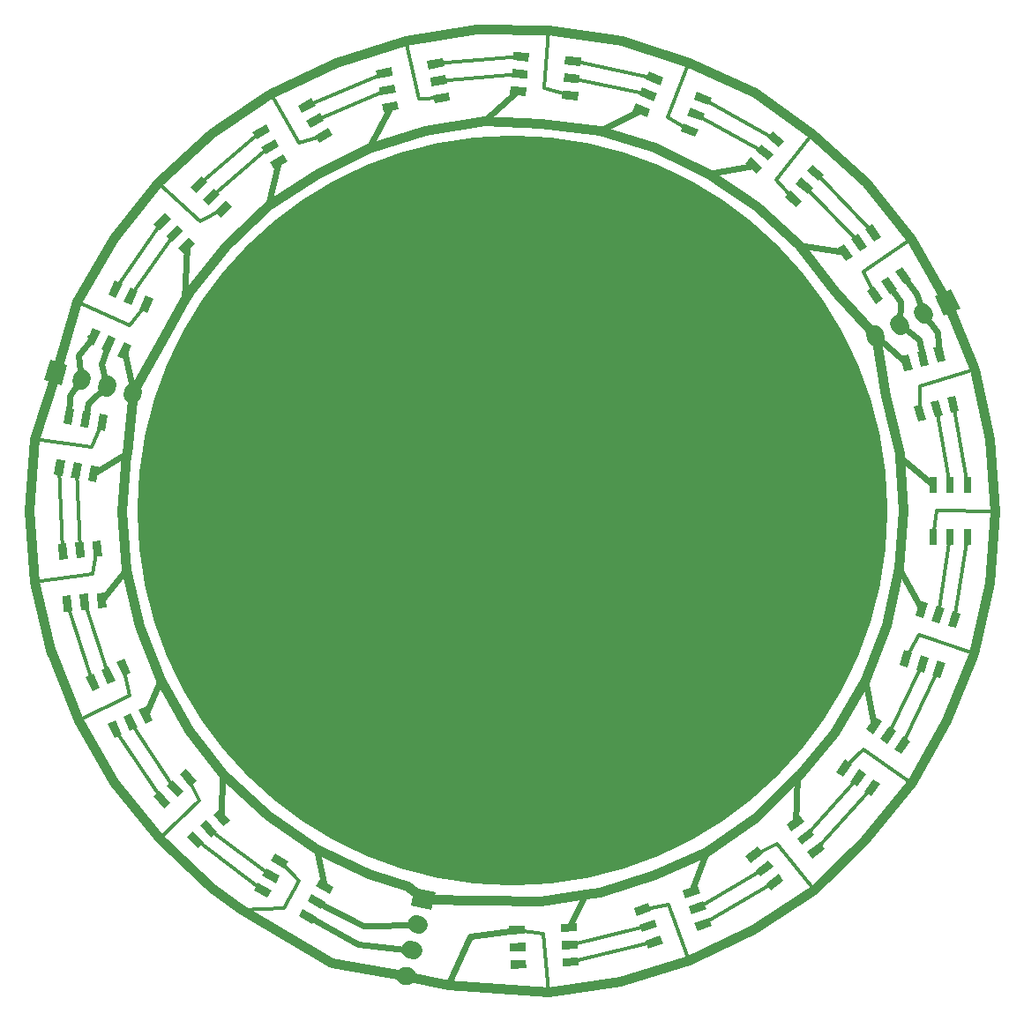
<source format=gbr>
G04 #@! TF.FileFunction,Copper,L1,Top,Signal*
%FSLAX46Y46*%
G04 Gerber Fmt 4.6, Leading zero omitted, Abs format (unit mm)*
G04 Created by KiCad (PCBNEW 4.0.4-stable) date 12/13/16 20:02:25*
%MOMM*%
%LPD*%
G01*
G04 APERTURE LIST*
%ADD10C,0.100000*%
%ADD11C,1.727200*%
%ADD12R,0.800000X1.500000*%
%ADD13C,72.000000*%
%ADD14C,0.600000*%
%ADD15C,0.900000*%
%ADD16C,0.300000*%
G04 APERTURE END LIST*
D10*
G36*
X138749766Y-142863227D02*
X139123601Y-141176968D01*
X141107434Y-141616773D01*
X140733599Y-143303032D01*
X138749766Y-142863227D01*
X138749766Y-142863227D01*
G37*
D11*
X139230055Y-144686807D02*
X139527631Y-144752777D01*
X138680299Y-147166599D02*
X138977875Y-147232569D01*
X138130542Y-149646391D02*
X138428118Y-149712361D01*
D10*
G36*
X128373145Y-143232332D02*
X129672183Y-143982332D01*
X129272183Y-144675152D01*
X127973145Y-143925152D01*
X128373145Y-143232332D01*
X128373145Y-143232332D01*
G37*
G36*
X129198145Y-141803390D02*
X130497183Y-142553390D01*
X130097183Y-143246210D01*
X128798145Y-142496210D01*
X129198145Y-141803390D01*
X129198145Y-141803390D01*
G37*
G36*
X130023145Y-140374448D02*
X131322183Y-141124448D01*
X130922183Y-141817268D01*
X129623145Y-141067268D01*
X130023145Y-140374448D01*
X130023145Y-140374448D01*
G37*
G36*
X125693017Y-137874448D02*
X126992055Y-138624448D01*
X126592055Y-139317268D01*
X125293017Y-138567268D01*
X125693017Y-137874448D01*
X125693017Y-137874448D01*
G37*
G36*
X124868017Y-139303390D02*
X126167055Y-140053390D01*
X125767055Y-140746210D01*
X124468017Y-139996210D01*
X124868017Y-139303390D01*
X124868017Y-139303390D01*
G37*
G36*
X124043017Y-140732332D02*
X125342055Y-141482332D01*
X124942055Y-142175152D01*
X123643017Y-141425152D01*
X124043017Y-140732332D01*
X124043017Y-140732332D01*
G37*
G36*
X117870923Y-135748063D02*
X118835104Y-136897129D01*
X118222269Y-137411359D01*
X117258088Y-136262293D01*
X117870923Y-135748063D01*
X117870923Y-135748063D01*
G37*
G36*
X119134896Y-134687463D02*
X120099077Y-135836529D01*
X119486242Y-136350759D01*
X118522061Y-135201693D01*
X119134896Y-134687463D01*
X119134896Y-134687463D01*
G37*
G36*
X120398869Y-133626864D02*
X121363050Y-134775930D01*
X120750215Y-135290160D01*
X119786034Y-134141094D01*
X120398869Y-133626864D01*
X120398869Y-133626864D01*
G37*
G36*
X117184931Y-129796641D02*
X118149112Y-130945707D01*
X117536277Y-131459937D01*
X116572096Y-130310871D01*
X117184931Y-129796641D01*
X117184931Y-129796641D01*
G37*
G36*
X115920958Y-130857241D02*
X116885139Y-132006307D01*
X116272304Y-132520537D01*
X115308123Y-131371471D01*
X115920958Y-130857241D01*
X115920958Y-130857241D01*
G37*
G36*
X114656985Y-131917840D02*
X115621166Y-133066906D01*
X115008331Y-133581136D01*
X114044150Y-132432070D01*
X114656985Y-131917840D01*
X114656985Y-131917840D01*
G37*
G36*
X110350697Y-125151912D02*
X110984625Y-126511374D01*
X110259579Y-126849468D01*
X109625651Y-125490006D01*
X110350697Y-125151912D01*
X110350697Y-125151912D01*
G37*
G36*
X111846105Y-124454591D02*
X112480033Y-125814053D01*
X111754987Y-126152147D01*
X111121059Y-124792685D01*
X111846105Y-124454591D01*
X111846105Y-124454591D01*
G37*
G36*
X113341513Y-123757271D02*
X113975441Y-125116733D01*
X113250395Y-125454827D01*
X112616467Y-124095365D01*
X113341513Y-123757271D01*
X113341513Y-123757271D01*
G37*
G36*
X111228421Y-119225732D02*
X111862349Y-120585194D01*
X111137303Y-120923288D01*
X110503375Y-119563826D01*
X111228421Y-119225732D01*
X111228421Y-119225732D01*
G37*
G36*
X109733013Y-119923053D02*
X110366941Y-121282515D01*
X109641895Y-121620609D01*
X109007967Y-120261147D01*
X109733013Y-119923053D01*
X109733013Y-119923053D01*
G37*
G36*
X108237605Y-120620373D02*
X108871533Y-121979835D01*
X108146487Y-122317929D01*
X107512559Y-120958467D01*
X108237605Y-120620373D01*
X108237605Y-120620373D01*
G37*
G36*
X106095279Y-113104286D02*
X106226013Y-114598578D01*
X105429057Y-114668302D01*
X105298323Y-113174010D01*
X106095279Y-113104286D01*
X106095279Y-113104286D01*
G37*
G36*
X107739000Y-112960479D02*
X107869734Y-114454771D01*
X107072778Y-114524495D01*
X106942044Y-113030203D01*
X107739000Y-112960479D01*
X107739000Y-112960479D01*
G37*
G36*
X109382722Y-112816672D02*
X109513456Y-114310964D01*
X108716500Y-114380688D01*
X108585766Y-112886396D01*
X109382722Y-112816672D01*
X109382722Y-112816672D01*
G37*
G36*
X108946943Y-107835698D02*
X109077677Y-109329990D01*
X108280721Y-109399714D01*
X108149987Y-107905422D01*
X108946943Y-107835698D01*
X108946943Y-107835698D01*
G37*
G36*
X107303222Y-107979505D02*
X107433956Y-109473797D01*
X106637000Y-109543521D01*
X106506266Y-108049229D01*
X107303222Y-107979505D01*
X107303222Y-107979505D01*
G37*
G36*
X105659500Y-108123312D02*
X105790234Y-109617604D01*
X104993278Y-109687328D01*
X104862544Y-108193036D01*
X105659500Y-108123312D01*
X105659500Y-108123312D01*
G37*
G36*
X105526106Y-100185353D02*
X105265634Y-101662565D01*
X104477788Y-101523647D01*
X104738260Y-100046435D01*
X105526106Y-100185353D01*
X105526106Y-100185353D01*
G37*
G36*
X107151039Y-100471872D02*
X106890567Y-101949084D01*
X106102721Y-101810166D01*
X106363193Y-100332954D01*
X107151039Y-100471872D01*
X107151039Y-100471872D01*
G37*
G36*
X108775971Y-100758392D02*
X108515499Y-102235604D01*
X107727653Y-102096686D01*
X107988125Y-100619474D01*
X108775971Y-100758392D01*
X108775971Y-100758392D01*
G37*
G36*
X109644212Y-95834353D02*
X109383740Y-97311565D01*
X108595894Y-97172647D01*
X108856366Y-95695435D01*
X109644212Y-95834353D01*
X109644212Y-95834353D01*
G37*
G36*
X108019279Y-95547834D02*
X107758807Y-97025046D01*
X106970961Y-96886128D01*
X107231433Y-95408916D01*
X108019279Y-95547834D01*
X108019279Y-95547834D01*
G37*
G36*
X106394347Y-95261314D02*
X106133875Y-96738526D01*
X105346029Y-96599608D01*
X105606501Y-95122396D01*
X106394347Y-95261314D01*
X106394347Y-95261314D01*
G37*
G36*
X108922333Y-87747965D02*
X108288405Y-89107427D01*
X107563359Y-88769333D01*
X108197287Y-87409871D01*
X108922333Y-87747965D01*
X108922333Y-87747965D01*
G37*
G36*
X110417741Y-88445285D02*
X109783813Y-89804747D01*
X109058767Y-89466653D01*
X109692695Y-88107191D01*
X110417741Y-88445285D01*
X110417741Y-88445285D01*
G37*
G36*
X111913149Y-89142606D02*
X111279221Y-90502068D01*
X110554175Y-90163974D01*
X111188103Y-88804512D01*
X111913149Y-89142606D01*
X111913149Y-89142606D01*
G37*
G36*
X114026241Y-84611067D02*
X113392313Y-85970529D01*
X112667267Y-85632435D01*
X113301195Y-84272973D01*
X114026241Y-84611067D01*
X114026241Y-84611067D01*
G37*
G36*
X112530833Y-83913747D02*
X111896905Y-85273209D01*
X111171859Y-84935115D01*
X111805787Y-83575653D01*
X112530833Y-83913747D01*
X112530833Y-83913747D01*
G37*
G36*
X111035425Y-83216426D02*
X110401497Y-84575888D01*
X109676451Y-84237794D01*
X110310379Y-82878332D01*
X111035425Y-83216426D01*
X111035425Y-83216426D01*
G37*
G36*
X115683880Y-76959954D02*
X114623220Y-78020614D01*
X114057534Y-77454928D01*
X115118194Y-76394268D01*
X115683880Y-76959954D01*
X115683880Y-76959954D01*
G37*
G36*
X116850606Y-78126680D02*
X115789946Y-79187340D01*
X115224260Y-78621654D01*
X116284920Y-77560994D01*
X116850606Y-78126680D01*
X116850606Y-78126680D01*
G37*
G36*
X118017332Y-79293406D02*
X116956672Y-80354066D01*
X116390986Y-79788380D01*
X117451646Y-78727720D01*
X118017332Y-79293406D01*
X118017332Y-79293406D01*
G37*
G36*
X121552866Y-75757872D02*
X120492206Y-76818532D01*
X119926520Y-76252846D01*
X120987180Y-75192186D01*
X121552866Y-75757872D01*
X121552866Y-75757872D01*
G37*
G36*
X120386140Y-74591146D02*
X119325480Y-75651806D01*
X118759794Y-75086120D01*
X119820454Y-74025460D01*
X120386140Y-74591146D01*
X120386140Y-74591146D01*
G37*
G36*
X119219414Y-73424420D02*
X118158754Y-74485080D01*
X117593068Y-73919394D01*
X118653728Y-72858734D01*
X119219414Y-73424420D01*
X119219414Y-73424420D01*
G37*
G36*
X125240455Y-68575668D02*
X123941417Y-69325668D01*
X123541417Y-68632848D01*
X124840455Y-67882848D01*
X125240455Y-68575668D01*
X125240455Y-68575668D01*
G37*
G36*
X126065455Y-70004610D02*
X124766417Y-70754610D01*
X124366417Y-70061790D01*
X125665455Y-69311790D01*
X126065455Y-70004610D01*
X126065455Y-70004610D01*
G37*
G36*
X126890455Y-71433552D02*
X125591417Y-72183552D01*
X125191417Y-71490732D01*
X126490455Y-70740732D01*
X126890455Y-71433552D01*
X126890455Y-71433552D01*
G37*
G36*
X131220583Y-68933552D02*
X129921545Y-69683552D01*
X129521545Y-68990732D01*
X130820583Y-68240732D01*
X131220583Y-68933552D01*
X131220583Y-68933552D01*
G37*
G36*
X130395583Y-67504610D02*
X129096545Y-68254610D01*
X128696545Y-67561790D01*
X129995583Y-66811790D01*
X130395583Y-67504610D01*
X130395583Y-67504610D01*
G37*
G36*
X129570583Y-66075668D02*
X128271545Y-66825668D01*
X127871545Y-66132848D01*
X129170583Y-65382848D01*
X129570583Y-66075668D01*
X129570583Y-66075668D01*
G37*
G36*
X136997526Y-63207875D02*
X135520314Y-63468347D01*
X135381396Y-62680501D01*
X136858608Y-62420029D01*
X136997526Y-63207875D01*
X136997526Y-63207875D01*
G37*
G36*
X137284046Y-64832807D02*
X135806834Y-65093279D01*
X135667916Y-64305433D01*
X137145128Y-64044961D01*
X137284046Y-64832807D01*
X137284046Y-64832807D01*
G37*
G36*
X137570565Y-66457740D02*
X136093353Y-66718212D01*
X135954435Y-65930366D01*
X137431647Y-65669894D01*
X137570565Y-66457740D01*
X137570565Y-66457740D01*
G37*
G36*
X142494604Y-65589499D02*
X141017392Y-65849971D01*
X140878474Y-65062125D01*
X142355686Y-64801653D01*
X142494604Y-65589499D01*
X142494604Y-65589499D01*
G37*
G36*
X142208084Y-63964567D02*
X140730872Y-64225039D01*
X140591954Y-63437193D01*
X142069166Y-63176721D01*
X142208084Y-63964567D01*
X142208084Y-63964567D01*
G37*
G36*
X141921565Y-62339634D02*
X140444353Y-62600106D01*
X140305435Y-61812260D01*
X141782647Y-61551788D01*
X141921565Y-62339634D01*
X141921565Y-62339634D01*
G37*
G36*
X150029004Y-61848234D02*
X148534712Y-61717500D01*
X148604436Y-60920544D01*
X150098728Y-61051278D01*
X150029004Y-61848234D01*
X150029004Y-61848234D01*
G37*
G36*
X149885197Y-63491956D02*
X148390905Y-63361222D01*
X148460629Y-62564266D01*
X149954921Y-62695000D01*
X149885197Y-63491956D01*
X149885197Y-63491956D01*
G37*
G36*
X149741390Y-65135677D02*
X148247098Y-65004943D01*
X148316822Y-64207987D01*
X149811114Y-64338721D01*
X149741390Y-65135677D01*
X149741390Y-65135677D01*
G37*
G36*
X154722364Y-65571456D02*
X153228072Y-65440722D01*
X153297796Y-64643766D01*
X154792088Y-64774500D01*
X154722364Y-65571456D01*
X154722364Y-65571456D01*
G37*
G36*
X154866171Y-63927734D02*
X153371879Y-63797000D01*
X153441603Y-63000044D01*
X154935895Y-63130778D01*
X154866171Y-63927734D01*
X154866171Y-63927734D01*
G37*
G36*
X155009978Y-62284013D02*
X153515686Y-62153279D01*
X153585410Y-61356323D01*
X155079702Y-61487057D01*
X155009978Y-62284013D01*
X155009978Y-62284013D01*
G37*
G36*
X162666165Y-64139254D02*
X161280346Y-63565229D01*
X161586493Y-62826126D01*
X162972312Y-63400151D01*
X162666165Y-64139254D01*
X162666165Y-64139254D01*
G37*
G36*
X162034737Y-65663655D02*
X160648918Y-65089630D01*
X160955065Y-64350527D01*
X162340884Y-64924552D01*
X162034737Y-65663655D01*
X162034737Y-65663655D01*
G37*
G36*
X161403310Y-67188057D02*
X160017491Y-66614032D01*
X160323638Y-65874929D01*
X161709457Y-66448954D01*
X161403310Y-67188057D01*
X161403310Y-67188057D01*
G37*
G36*
X166022707Y-69101474D02*
X164636888Y-68527449D01*
X164943035Y-67788346D01*
X166328854Y-68362371D01*
X166022707Y-69101474D01*
X166022707Y-69101474D01*
G37*
G36*
X166654135Y-67577073D02*
X165268316Y-67003048D01*
X165574463Y-66263945D01*
X166960282Y-66837970D01*
X166654135Y-67577073D01*
X166654135Y-67577073D01*
G37*
G36*
X167285562Y-66052671D02*
X165899743Y-65478646D01*
X166205890Y-64739543D01*
X167591709Y-65313568D01*
X167285562Y-66052671D01*
X167285562Y-66052671D01*
G37*
G36*
X174062506Y-70104366D02*
X172913440Y-69140185D01*
X173427670Y-68527350D01*
X174576736Y-69491531D01*
X174062506Y-70104366D01*
X174062506Y-70104366D01*
G37*
G36*
X173001907Y-71368339D02*
X171852841Y-70404158D01*
X172367071Y-69791323D01*
X173516137Y-70755504D01*
X173001907Y-71368339D01*
X173001907Y-71368339D01*
G37*
G36*
X171941307Y-72632312D02*
X170792241Y-71668131D01*
X171306471Y-71055296D01*
X172455537Y-72019477D01*
X171941307Y-72632312D01*
X171941307Y-72632312D01*
G37*
G36*
X175771530Y-75846250D02*
X174622464Y-74882069D01*
X175136694Y-74269234D01*
X176285760Y-75233415D01*
X175771530Y-75846250D01*
X175771530Y-75846250D01*
G37*
G36*
X176832129Y-74582277D02*
X175683063Y-73618096D01*
X176197293Y-73005261D01*
X177346359Y-73969442D01*
X176832129Y-74582277D01*
X176832129Y-74582277D01*
G37*
G36*
X177892729Y-73318304D02*
X176743663Y-72354123D01*
X177257893Y-71741288D01*
X178406959Y-72705469D01*
X177892729Y-73318304D01*
X177892729Y-73318304D01*
G37*
G36*
X183230382Y-79154914D02*
X182370017Y-77926186D01*
X183025338Y-77467324D01*
X183885703Y-78696052D01*
X183230382Y-79154914D01*
X183230382Y-79154914D01*
G37*
G36*
X181878781Y-80101315D02*
X181018416Y-78872587D01*
X181673737Y-78413725D01*
X182534102Y-79642453D01*
X181878781Y-80101315D01*
X181878781Y-80101315D01*
G37*
G36*
X180527180Y-81047716D02*
X179666815Y-79818988D01*
X180322136Y-79360126D01*
X181182501Y-80588854D01*
X180527180Y-81047716D01*
X180527180Y-81047716D01*
G37*
G36*
X183395062Y-85143476D02*
X182534697Y-83914748D01*
X183190018Y-83455886D01*
X184050383Y-84684614D01*
X183395062Y-85143476D01*
X183395062Y-85143476D01*
G37*
G36*
X184746663Y-84197075D02*
X183886298Y-82968347D01*
X184541619Y-82509485D01*
X185401984Y-83738213D01*
X184746663Y-84197075D01*
X184746663Y-84197075D01*
G37*
G36*
X186098264Y-83250674D02*
X185237899Y-82021946D01*
X185893220Y-81563084D01*
X186753585Y-82791812D01*
X186098264Y-83250674D01*
X186098264Y-83250674D01*
G37*
G36*
X189298674Y-90772306D02*
X188910445Y-89323417D01*
X189683186Y-89116362D01*
X190071415Y-90565251D01*
X189298674Y-90772306D01*
X189298674Y-90772306D01*
G37*
G36*
X187704896Y-91199357D02*
X187316667Y-89750468D01*
X188089408Y-89543413D01*
X188477637Y-90992302D01*
X187704896Y-91199357D01*
X187704896Y-91199357D01*
G37*
G36*
X186111119Y-91626409D02*
X185722890Y-90177520D01*
X186495631Y-89970465D01*
X186883860Y-91419354D01*
X186111119Y-91626409D01*
X186111119Y-91626409D01*
G37*
G36*
X187405214Y-96456038D02*
X187016985Y-95007149D01*
X187789726Y-94800094D01*
X188177955Y-96248983D01*
X187405214Y-96456038D01*
X187405214Y-96456038D01*
G37*
G36*
X188998992Y-96028987D02*
X188610763Y-94580098D01*
X189383504Y-94373043D01*
X189771733Y-95821932D01*
X188998992Y-96028987D01*
X188998992Y-96028987D01*
G37*
G36*
X190592769Y-95601935D02*
X190204540Y-94153046D01*
X190977281Y-93945991D01*
X191365510Y-95394880D01*
X190592769Y-95601935D01*
X190592769Y-95601935D01*
G37*
D12*
X192150000Y-102529000D03*
X190500000Y-102529000D03*
X188850000Y-102529000D03*
X188850000Y-107529000D03*
X190500000Y-107529000D03*
X192150000Y-107529000D03*
D10*
G36*
X190313381Y-116029477D02*
X190764440Y-114598902D01*
X191527413Y-114839467D01*
X191076354Y-116270042D01*
X190313381Y-116029477D01*
X190313381Y-116029477D01*
G37*
G36*
X188739748Y-115533313D02*
X189190807Y-114102738D01*
X189953780Y-114343303D01*
X189502721Y-115773878D01*
X188739748Y-115533313D01*
X188739748Y-115533313D01*
G37*
G36*
X187166116Y-115037148D02*
X187617175Y-113606573D01*
X188380148Y-113847138D01*
X187929089Y-115277713D01*
X187166116Y-115037148D01*
X187166116Y-115037148D01*
G37*
G36*
X185662587Y-119805733D02*
X186113646Y-118375158D01*
X186876619Y-118615723D01*
X186425560Y-120046298D01*
X185662587Y-119805733D01*
X185662587Y-119805733D01*
G37*
G36*
X187236220Y-120301897D02*
X187687279Y-118871322D01*
X188450252Y-119111887D01*
X187999193Y-120542462D01*
X187236220Y-120301897D01*
X187236220Y-120301897D01*
G37*
G36*
X188809852Y-120798062D02*
X189260911Y-119367487D01*
X190023884Y-119608052D01*
X189572825Y-121038627D01*
X188809852Y-120798062D01*
X188809852Y-120798062D01*
G37*
G36*
X185136299Y-127883654D02*
X185996664Y-126654926D01*
X186651985Y-127113788D01*
X185791620Y-128342516D01*
X185136299Y-127883654D01*
X185136299Y-127883654D01*
G37*
G36*
X183784698Y-126937253D02*
X184645063Y-125708525D01*
X185300384Y-126167387D01*
X184440019Y-127396115D01*
X183784698Y-126937253D01*
X183784698Y-126937253D01*
G37*
G36*
X182433097Y-125990852D02*
X183293462Y-124762124D01*
X183948783Y-125220986D01*
X183088418Y-126449714D01*
X182433097Y-125990852D01*
X182433097Y-125990852D01*
G37*
G36*
X179565215Y-130086612D02*
X180425580Y-128857884D01*
X181080901Y-129316746D01*
X180220536Y-130545474D01*
X179565215Y-130086612D01*
X179565215Y-130086612D01*
G37*
G36*
X180916816Y-131033013D02*
X181777181Y-129804285D01*
X182432502Y-130263147D01*
X181572137Y-131491875D01*
X180916816Y-131033013D01*
X180916816Y-131033013D01*
G37*
G36*
X182268417Y-131979414D02*
X183128782Y-130750686D01*
X183784103Y-131209548D01*
X182923738Y-132438276D01*
X182268417Y-131979414D01*
X182268417Y-131979414D01*
G37*
G36*
X176799720Y-137746759D02*
X177989750Y-136833617D01*
X178476760Y-137468299D01*
X177286730Y-138381441D01*
X176799720Y-137746759D01*
X176799720Y-137746759D01*
G37*
G36*
X175795263Y-136437726D02*
X176985293Y-135524584D01*
X177472303Y-136159266D01*
X176282273Y-137072408D01*
X175795263Y-136437726D01*
X175795263Y-136437726D01*
G37*
G36*
X174790807Y-135128693D02*
X175980837Y-134215551D01*
X176467847Y-134850233D01*
X175277817Y-135763375D01*
X174790807Y-135128693D01*
X174790807Y-135128693D01*
G37*
G36*
X170824040Y-138172501D02*
X172014070Y-137259359D01*
X172501080Y-137894041D01*
X171311050Y-138807183D01*
X170824040Y-138172501D01*
X170824040Y-138172501D01*
G37*
G36*
X171828497Y-139481534D02*
X173018527Y-138568392D01*
X173505537Y-139203074D01*
X172315507Y-140116216D01*
X171828497Y-139481534D01*
X171828497Y-139481534D01*
G37*
G36*
X172832953Y-140790567D02*
X174022983Y-139877425D01*
X174509993Y-140512107D01*
X173319963Y-141425249D01*
X172832953Y-140790567D01*
X172832953Y-140790567D01*
G37*
G36*
X165952787Y-144568680D02*
X167362326Y-144055650D01*
X167635943Y-144807404D01*
X166226404Y-145320434D01*
X165952787Y-144568680D01*
X165952787Y-144568680D01*
G37*
G36*
X165388454Y-143018188D02*
X166797993Y-142505158D01*
X167071610Y-143256912D01*
X165662071Y-143769942D01*
X165388454Y-143018188D01*
X165388454Y-143018188D01*
G37*
G36*
X164824120Y-141467695D02*
X166233659Y-140954665D01*
X166507276Y-141706419D01*
X165097737Y-142219449D01*
X164824120Y-141467695D01*
X164824120Y-141467695D01*
G37*
G36*
X160125657Y-143177796D02*
X161535196Y-142664766D01*
X161808813Y-143416520D01*
X160399274Y-143929550D01*
X160125657Y-143177796D01*
X160125657Y-143177796D01*
G37*
G36*
X160689990Y-144728288D02*
X162099529Y-144215258D01*
X162373146Y-144967012D01*
X160963607Y-145480042D01*
X160689990Y-144728288D01*
X160689990Y-144728288D01*
G37*
G36*
X161254324Y-146278781D02*
X162663863Y-145765751D01*
X162937480Y-146517505D01*
X161527941Y-147030535D01*
X161254324Y-146278781D01*
X161254324Y-146278781D01*
G37*
G36*
X153288459Y-147959076D02*
X154787031Y-147893647D01*
X154821927Y-148692886D01*
X153323355Y-148758315D01*
X153288459Y-147959076D01*
X153288459Y-147959076D01*
G37*
G36*
X153216487Y-146310647D02*
X154715059Y-146245218D01*
X154749955Y-147044457D01*
X153251383Y-147109886D01*
X153216487Y-146310647D01*
X153216487Y-146310647D01*
G37*
G36*
X153144515Y-144662217D02*
X154643087Y-144596788D01*
X154677983Y-145396027D01*
X153179411Y-145461456D01*
X153144515Y-144662217D01*
X153144515Y-144662217D01*
G37*
G36*
X148149273Y-144880314D02*
X149647845Y-144814885D01*
X149682741Y-145614124D01*
X148184169Y-145679553D01*
X148149273Y-144880314D01*
X148149273Y-144880314D01*
G37*
G36*
X148221245Y-146528743D02*
X149719817Y-146463314D01*
X149754713Y-147262553D01*
X148256141Y-147327982D01*
X148221245Y-146528743D01*
X148221245Y-146528743D01*
G37*
G36*
X148293217Y-148177173D02*
X149791789Y-148111744D01*
X149826685Y-148910983D01*
X148328113Y-148976412D01*
X148293217Y-148177173D01*
X148293217Y-148177173D01*
G37*
G36*
X105219213Y-92924297D02*
X103550866Y-92477265D01*
X104076787Y-90514503D01*
X105745134Y-90961535D01*
X105219213Y-92924297D01*
X105219213Y-92924297D01*
G37*
D11*
X107062008Y-92524007D02*
X107140896Y-92229593D01*
X109515459Y-93181408D02*
X109594347Y-92886994D01*
X111968911Y-93838808D02*
X112047799Y-93544394D01*
D10*
G36*
X189033932Y-84432564D02*
X190599307Y-83702618D01*
X191458068Y-85544236D01*
X189892693Y-86274182D01*
X189033932Y-84432564D01*
X189033932Y-84432564D01*
G37*
D11*
X187879571Y-85923729D02*
X188008385Y-86199971D01*
X185577549Y-86997180D02*
X185706363Y-87273422D01*
X183275528Y-88070630D02*
X183404342Y-88346872D01*
D13*
X148501100Y-105003600D03*
D14*
X153911249Y-145029122D02*
X155511498Y-141804120D01*
X165665698Y-141587057D02*
X167081200Y-137718800D01*
X175629327Y-134989463D02*
X175853563Y-130494093D01*
X183190940Y-125605919D02*
X182346600Y-121208800D01*
X187773132Y-114442143D02*
X185547000Y-110439200D01*
X188850000Y-102529000D02*
X185644533Y-99795463D01*
X185644533Y-99795463D02*
X185644533Y-99795456D01*
X186303375Y-90798437D02*
X183339935Y-88208751D01*
X180424658Y-80203921D02*
X175996600Y-79502000D01*
X171623889Y-71843804D02*
X167259000Y-72618600D01*
X160863474Y-66531493D02*
X156870400Y-68478400D01*
X149029106Y-64671832D02*
X145745200Y-67513200D01*
X136762500Y-66194053D02*
X134721600Y-70154800D01*
X126040936Y-71462142D02*
X125044200Y-75692000D01*
X117204159Y-79540893D02*
X116999646Y-84751969D01*
X111233662Y-89653290D02*
X112059155Y-93564601D01*
X108251812Y-101427539D02*
X111480600Y-99441000D01*
X109049611Y-113598680D02*
X111404400Y-110617000D01*
X113295954Y-124606049D02*
X114731800Y-121183400D01*
X120574542Y-134458512D02*
X120664915Y-130180078D01*
X120664915Y-130180078D02*
X120664915Y-130180077D01*
X130472664Y-141095858D02*
X129692400Y-137490200D01*
D15*
X112059155Y-93564601D02*
X111480600Y-99441000D01*
X112674400Y-116027200D02*
X111404400Y-110617000D01*
X111404400Y-110617000D02*
X110998000Y-105029000D01*
X110998000Y-105029000D02*
X111429800Y-99517200D01*
X111429800Y-99517200D02*
X111480600Y-99441000D01*
X114731800Y-121183400D02*
X112674400Y-116027200D01*
X117398800Y-126085600D02*
X114731800Y-121183400D01*
X120904000Y-130479800D02*
X120664915Y-130180077D01*
X120664915Y-130180077D02*
X117398800Y-126085600D01*
X125044200Y-134289800D02*
X120904000Y-130479800D01*
X129692400Y-137490200D02*
X125044200Y-134289800D01*
X134645400Y-139877800D02*
X129692400Y-137490200D01*
X138430000Y-141071600D02*
X134645400Y-139877800D01*
X138430000Y-141071600D02*
X140030200Y-142265400D01*
X112059155Y-93564601D02*
X114757200Y-88747600D01*
X114757200Y-88747600D02*
X116999646Y-84751969D01*
X116999646Y-84751969D02*
X117551200Y-83769200D01*
X117551200Y-83769200D02*
X120954800Y-79527400D01*
X120954800Y-79527400D02*
X125044200Y-75692000D01*
X125044200Y-75692000D02*
X129743200Y-72593200D01*
X129743200Y-72593200D02*
X134721600Y-70154800D01*
X134721600Y-70154800D02*
X140131800Y-68503800D01*
X140131800Y-68503800D02*
X145745200Y-67513200D01*
X145745200Y-67513200D02*
X151231600Y-67767200D01*
X151231600Y-67767200D02*
X156870400Y-68478400D01*
X156870400Y-68478400D02*
X162102800Y-70078600D01*
X162102800Y-70078600D02*
X167259000Y-72618600D01*
X167259000Y-72618600D02*
X171932600Y-75768200D01*
X171932600Y-75768200D02*
X175996600Y-79502000D01*
X175996600Y-79502000D02*
X179476400Y-83972400D01*
X179476400Y-83972400D02*
X183339935Y-88208751D01*
X183339935Y-88208751D02*
X184327800Y-93980000D01*
X145567400Y-142417800D02*
X140030200Y-142265400D01*
X151231600Y-142443200D02*
X145567400Y-142417800D01*
X156845000Y-141605000D02*
X155511498Y-141804120D01*
X155511498Y-141804120D02*
X151231600Y-142443200D01*
X162153600Y-139954000D02*
X156845000Y-141605000D01*
X167081200Y-137718800D02*
X162153600Y-139954000D01*
X171831000Y-134467600D02*
X167081200Y-137718800D01*
X175996600Y-130352800D02*
X175853563Y-130494093D01*
X175853563Y-130494093D02*
X171831000Y-134467600D01*
X179349400Y-126314200D02*
X175996600Y-130352800D01*
X182346600Y-121208800D02*
X179349400Y-126314200D01*
X184353200Y-115976400D02*
X182346600Y-121208800D01*
X185547000Y-110439200D02*
X184353200Y-115976400D01*
X185953400Y-104927400D02*
X185547000Y-110439200D01*
X185623200Y-99441000D02*
X185644533Y-99795456D01*
X185644533Y-99795456D02*
X185953400Y-104927400D01*
X184327800Y-93980000D02*
X185623200Y-99441000D01*
D14*
X129647664Y-142524800D02*
X134162800Y-144805400D01*
X134162800Y-144805400D02*
X139480443Y-144745192D01*
X128822664Y-143953742D02*
X133629400Y-146634200D01*
X133629400Y-146634200D02*
X138930687Y-147224984D01*
D15*
X142316200Y-150545800D02*
X138279330Y-149679376D01*
X151968200Y-151206200D02*
X142316200Y-150545800D01*
X122443607Y-143236894D02*
X131140200Y-148437600D01*
X131140200Y-148437600D02*
X138380930Y-149704776D01*
D14*
X148916007Y-145247219D02*
X144424400Y-145846800D01*
X144424400Y-145846800D02*
X142316200Y-150545800D01*
D15*
X102590600Y-98094800D02*
X104698800Y-91592400D01*
X104698800Y-91592400D02*
X106680000Y-84886800D01*
X106807000Y-125095000D02*
X104099618Y-118297117D01*
X104190800Y-118694200D02*
X102616000Y-111836200D01*
X104099618Y-118297117D02*
X104190800Y-118694200D01*
D16*
X126142536Y-138595858D02*
X127990600Y-140512800D01*
D15*
X119634000Y-141173200D02*
X114630200Y-136499600D01*
X122504200Y-143281400D02*
X122443607Y-143236894D01*
X122443607Y-143236894D02*
X119634000Y-141173200D01*
D16*
X126517400Y-143129000D02*
X122504200Y-143281400D01*
X127990600Y-140512800D02*
X126517400Y-143129000D01*
X148916007Y-145247219D02*
X151460200Y-145618200D01*
D15*
X158775400Y-150139400D02*
X165404800Y-148183600D01*
X151968200Y-151206200D02*
X158775400Y-150139400D01*
D16*
X151460200Y-145618200D02*
X151968200Y-151206200D01*
X160967235Y-143297158D02*
X163449000Y-142824200D01*
D15*
X171602400Y-145211800D02*
X177419000Y-141376400D01*
X165404800Y-148183600D02*
X171602400Y-145211800D01*
D16*
X163449000Y-142824200D02*
X165404800Y-148183600D01*
X171662560Y-138033271D02*
X173913800Y-136931400D01*
D15*
X182295800Y-136601200D02*
X186850678Y-131034128D01*
X177419000Y-141376400D02*
X182295800Y-136601200D01*
D16*
X173913800Y-136931400D02*
X177419000Y-141376400D01*
X180323058Y-129701679D02*
X182194200Y-127914400D01*
D15*
X190144400Y-125120400D02*
X192786000Y-118668800D01*
D16*
X186791600Y-131140200D02*
X186850678Y-131034128D01*
D15*
X186850678Y-131034128D02*
X190144400Y-125120400D01*
D16*
X182194200Y-127914400D02*
X186791600Y-131140200D01*
X186269603Y-119210728D02*
X187477400Y-116941600D01*
D15*
X194284600Y-111937800D02*
X194818000Y-105079800D01*
X192786000Y-118668800D02*
X194284600Y-111937800D01*
D16*
X187477400Y-116941600D02*
X192786000Y-118668800D01*
X188850000Y-107529000D02*
X189230000Y-105003600D01*
D15*
X194310000Y-98120200D02*
X192811400Y-91440000D01*
X194818000Y-105079800D02*
X194310000Y-98120200D01*
D16*
X189230000Y-105003600D02*
X194818000Y-105079800D01*
D15*
X190246000Y-84988400D02*
X186791600Y-78917800D01*
D16*
X187597470Y-95628066D02*
X187579000Y-93014800D01*
D15*
X192811400Y-91440000D02*
X190246000Y-84988400D01*
D16*
X187579000Y-93014800D02*
X192811400Y-91440000D01*
X183292540Y-84299681D02*
X182143400Y-81991200D01*
X182143400Y-81991200D02*
X186791600Y-78917800D01*
D15*
X182448200Y-73456800D02*
X177292000Y-68808600D01*
X186791600Y-78917800D02*
X182448200Y-73456800D01*
D16*
X175454112Y-75057742D02*
X173837600Y-73202800D01*
D15*
X171729400Y-64820800D02*
X165430200Y-61925200D01*
X177292000Y-68808600D02*
X171729400Y-64820800D01*
D16*
X173837600Y-73202800D02*
X177292000Y-68808600D01*
X165482871Y-68444910D02*
X163423600Y-67208400D01*
D15*
X158953200Y-59842400D02*
X151968200Y-58826400D01*
X165430200Y-61925200D02*
X158953200Y-59842400D01*
D16*
X163423600Y-67208400D02*
X165430200Y-61925200D01*
X154010080Y-65107611D02*
X151536400Y-64439800D01*
D15*
X144983200Y-58724800D02*
X138252200Y-59842400D01*
X151968200Y-58826400D02*
X144983200Y-58724800D01*
D16*
X151536400Y-64439800D02*
X151968200Y-58826400D01*
X125116492Y-65043539D02*
X125298200Y-64922400D01*
X141686539Y-65325812D02*
X139522200Y-65455800D01*
X139522200Y-65455800D02*
X138252200Y-59842400D01*
D15*
X138252200Y-59842400D02*
X131546600Y-61950600D01*
X131546600Y-61950600D02*
X125298200Y-64922400D01*
D16*
X130371064Y-68962142D02*
X128016000Y-69621400D01*
D15*
X119583200Y-68732400D02*
X114483556Y-73462122D01*
X125116492Y-65043539D02*
X119583200Y-68732400D01*
D16*
X128016000Y-69621400D02*
X125298200Y-64922400D01*
X113346754Y-85121751D02*
X111709200Y-87223600D01*
X118516400Y-77190600D02*
X120739693Y-76005359D01*
X114477800Y-73456800D02*
X114483556Y-73462122D01*
X114483556Y-73462122D02*
X118516400Y-77190600D01*
D15*
X110236000Y-78816200D02*
X114477800Y-73456800D01*
X106680000Y-84886800D02*
X110236000Y-78816200D01*
D16*
X111709200Y-87223600D02*
X106680000Y-84886800D01*
X109120053Y-96503500D02*
X108077000Y-98882200D01*
X108077000Y-98882200D02*
X102590600Y-98094800D01*
D15*
X102590600Y-98094800D02*
X102082600Y-104927400D01*
X102082600Y-104927400D02*
X102616000Y-111836200D01*
D16*
X108613832Y-108617706D02*
X108178600Y-111023400D01*
X108178600Y-111023400D02*
X102616000Y-111836200D01*
D15*
X114630200Y-136499600D02*
X110210600Y-131064000D01*
D16*
X111734600Y-122707400D02*
X111182862Y-120074510D01*
X106807000Y-125095000D02*
X111734600Y-122707400D01*
D15*
X110210600Y-131064000D02*
X106807000Y-125095000D01*
D16*
X118440200Y-132791200D02*
X117360604Y-130628289D01*
X114630200Y-136499600D02*
X118440200Y-132791200D01*
X125317536Y-140024800D02*
X119310569Y-135519111D01*
X124492536Y-141453742D02*
X118046596Y-136579711D01*
X116096631Y-131688889D02*
X111800546Y-125303369D01*
X114832658Y-132749488D02*
X110305138Y-126000690D01*
X109687454Y-120771831D02*
X107405889Y-113742487D01*
X108192046Y-121469151D02*
X105762168Y-113886294D01*
X106970111Y-108761513D02*
X106626880Y-101141019D01*
X105326389Y-108905320D02*
X105001947Y-100854500D01*
X111851346Y-84424431D02*
X116037433Y-78374167D01*
X110355938Y-83727110D02*
X114870707Y-77207441D01*
X119572967Y-74838633D02*
X125215936Y-70033200D01*
X118406241Y-73671907D02*
X124390936Y-68604258D01*
X129546064Y-67533200D02*
X136475981Y-64569120D01*
X128721064Y-66104258D02*
X136189461Y-62944188D01*
X141400019Y-63700880D02*
X149172913Y-63028111D01*
X141113500Y-62075947D02*
X149316720Y-61384389D01*
X154153887Y-63463889D02*
X161494901Y-65007091D01*
X154297694Y-61820168D02*
X162126329Y-63482690D01*
X166114299Y-66920509D02*
X172684489Y-70579831D01*
X166745726Y-65396107D02*
X173745088Y-69315858D01*
X176514711Y-73793769D02*
X181776259Y-79257520D01*
X177575311Y-72529796D02*
X183127860Y-78311119D01*
X189191248Y-95201015D02*
X190500000Y-102529000D01*
X190785025Y-94773963D02*
X192150000Y-102529000D01*
X190500000Y-107529000D02*
X189346764Y-114938308D01*
X192150000Y-107529000D02*
X190920397Y-115434472D01*
X187843236Y-119706892D02*
X184542541Y-126552320D01*
X189416868Y-120203057D02*
X185894142Y-127498721D01*
X181674659Y-130648080D02*
X176633783Y-136298496D01*
X183026260Y-131594481D02*
X177638240Y-137607529D01*
X172667017Y-139342304D02*
X166230032Y-143137550D01*
X173671473Y-140651337D02*
X166794365Y-144688042D01*
X161531568Y-144847650D02*
X153983221Y-146677552D01*
X162095902Y-146398143D02*
X154055193Y-148325981D01*
D14*
X109554903Y-93034201D02*
X109016800Y-90932000D01*
X109016800Y-90932000D02*
X109738254Y-88955969D01*
X107495120Y-96216981D02*
X107772200Y-94615000D01*
X107772200Y-94615000D02*
X109554903Y-93034201D01*
X187897152Y-90371385D02*
X187553600Y-88544400D01*
X187553600Y-88544400D02*
X185641956Y-87135301D01*
X184644141Y-83353280D02*
X185724800Y-84937600D01*
X185724800Y-84937600D02*
X185641956Y-87135301D01*
X107101452Y-92376800D02*
X106857800Y-90093800D01*
X106857800Y-90093800D02*
X108242846Y-88258649D01*
X105870188Y-95930461D02*
X105943400Y-93929200D01*
X105943400Y-93929200D02*
X107101452Y-92376800D01*
D16*
X108242846Y-88258649D02*
X107871850Y-88258649D01*
D14*
X189490930Y-89944334D02*
X189306200Y-87884000D01*
X189306200Y-87884000D02*
X187943978Y-86061850D01*
X185995742Y-82406879D02*
X187248800Y-84124800D01*
X187248800Y-84124800D02*
X187943978Y-86061850D01*
M02*

</source>
